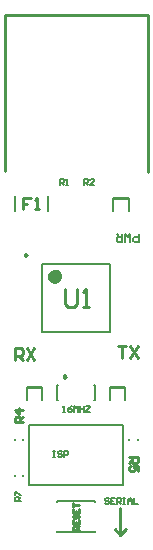
<source format=gto>
G04*
G04 #@! TF.GenerationSoftware,Altium Limited,Altium Designer,21.0.9 (235)*
G04*
G04 Layer_Color=65535*
%FSLAX25Y25*%
%MOIN*%
G70*
G04*
G04 #@! TF.SameCoordinates,DB5CEA20-A306-4327-B62D-959DDA491E44*
G04*
G04*
G04 #@! TF.FilePolarity,Positive*
G04*
G01*
G75*
%ADD10C,0.00984*%
%ADD11C,0.02362*%
%ADD12C,0.01000*%
%ADD13C,0.00787*%
%ADD14C,0.00500*%
%ADD15R,0.05118X0.00803*%
%ADD16R,0.05118X0.00803*%
%ADD17R,0.05118X0.00803*%
D10*
X20374Y56496D02*
X19636Y56922D01*
Y56070D01*
X20374Y56496D01*
X7382Y97047D02*
X6644Y97474D01*
Y96621D01*
X7382Y97047D01*
D11*
X17520Y89961D02*
X17075Y90884D01*
X16076Y91112D01*
X15274Y90473D01*
Y89448D01*
X16076Y88809D01*
X17075Y89037D01*
X17520Y89961D01*
D12*
X38386Y3543D02*
X40354Y5512D01*
X36417D02*
X38386Y3543D01*
Y12598D01*
X47453Y124559D02*
Y177059D01*
X-47D02*
X47453D01*
X-47D02*
X-45Y177057D01*
Y124858D02*
Y177057D01*
X20017Y85676D02*
Y80678D01*
X21017Y79678D01*
X23016D01*
X24016Y80678D01*
Y85676D01*
X26015Y79678D02*
X28014D01*
X27015D01*
Y85676D01*
X26015Y84676D01*
X24409Y5251D02*
X22441D01*
Y6235D01*
X22769Y6563D01*
X23425D01*
X23753Y6235D01*
Y5251D01*
Y5907D02*
X24409Y6563D01*
X22441Y8531D02*
Y7219D01*
X24409D01*
Y8531D01*
X23425Y7219D02*
Y7875D01*
X22769Y10498D02*
X22441Y10170D01*
Y9515D01*
X22769Y9187D01*
X23097D01*
X23425Y9515D01*
Y10170D01*
X23753Y10498D01*
X24081D01*
X24409Y10170D01*
Y9515D01*
X24081Y9187D01*
X22441Y12466D02*
Y11154D01*
X24409D01*
Y12466D01*
X23425Y11154D02*
Y11810D01*
X22441Y13122D02*
Y14434D01*
Y13778D01*
X24409D01*
X8661Y116141D02*
X6038D01*
Y114173D01*
X7350D01*
X6038D01*
Y112205D01*
X9973D02*
X11285D01*
X10629D01*
Y116141D01*
X9973Y115485D01*
X37598Y66534D02*
X40222D01*
X38910D01*
Y62598D01*
X41534Y66534D02*
X44158Y62598D01*
Y66534D02*
X41534Y62598D01*
X3150Y62008D02*
Y65944D01*
X5117D01*
X5773Y65288D01*
Y63976D01*
X5117Y63320D01*
X3150D01*
X4462D02*
X5773Y62008D01*
X7085Y65944D02*
X9709Y62008D01*
Y65944D02*
X7085Y62008D01*
X41339Y29528D02*
X44094D01*
Y28150D01*
X43634Y27691D01*
X42716D01*
X42257Y28150D01*
Y29528D01*
Y28609D02*
X41339Y27691D01*
X44094Y24936D02*
Y26772D01*
X42716D01*
X43175Y25854D01*
Y25395D01*
X42716Y24936D01*
X41798D01*
X41339Y25395D01*
Y26313D01*
X41798Y26772D01*
X5906Y41339D02*
X3150D01*
Y42716D01*
X3610Y43175D01*
X4528D01*
X4987Y42716D01*
Y41339D01*
Y42257D02*
X5906Y43175D01*
Y45471D02*
X3150D01*
X4528Y44094D01*
Y45930D01*
D13*
X5906Y23425D02*
Y23819D01*
X3150Y23425D02*
Y23819D01*
X36024Y116142D02*
X41142D01*
X36024Y111811D02*
Y116142D01*
X41142Y111811D02*
Y116142D01*
X17323Y53740D02*
X17717D01*
X29528Y48622D02*
X29921D01*
Y53740D01*
X29528D02*
X29921D01*
X17323Y48622D02*
X17717D01*
X17323D02*
Y53740D01*
X3150Y111713D02*
Y116634D01*
X14173Y111713D02*
Y116634D01*
X29921Y4528D02*
Y5020D01*
Y14665D02*
Y15157D01*
X17323D02*
X29921D01*
X17323Y4528D02*
Y5020D01*
Y14665D02*
Y15157D01*
Y4528D02*
X29921D01*
X7874Y20433D02*
X39370D01*
Y40433D01*
X7874D02*
X39370D01*
X7874Y20433D02*
Y40433D01*
X12402Y71457D02*
X34843D01*
X12402Y93898D02*
X34843D01*
Y71457D02*
Y93898D01*
X12402Y71457D02*
Y93898D01*
X39961Y48819D02*
Y53150D01*
X34843Y48819D02*
Y53150D01*
X39961D01*
X12402Y48819D02*
Y53150D01*
X7283Y48819D02*
Y53150D01*
X12402D01*
X3150Y35236D02*
Y35630D01*
X5906Y35236D02*
Y35630D01*
X41339Y35236D02*
Y35630D01*
X44094Y35236D02*
Y35630D01*
D14*
X5315Y14896D02*
X3347D01*
Y15879D01*
X3675Y16207D01*
X4331D01*
X4659Y15879D01*
Y14896D01*
Y15552D02*
X5315Y16207D01*
X3347Y16863D02*
Y18175D01*
X3675D01*
X4987Y16863D01*
X5315D01*
X44488Y103937D02*
Y101182D01*
X43111D01*
X42652Y101641D01*
Y102559D01*
X43111Y103019D01*
X44488D01*
X41733Y101182D02*
Y103937D01*
X40815Y103019D01*
X39897Y103937D01*
Y101182D01*
X38978Y103937D02*
Y101182D01*
X37601D01*
X37141Y101641D01*
Y102559D01*
X37601Y103019D01*
X38978D01*
X38060D02*
X37141Y103937D01*
X34680Y15617D02*
X34352Y15945D01*
X33696D01*
X33368Y15617D01*
Y15289D01*
X33696Y14961D01*
X34352D01*
X34680Y14633D01*
Y14305D01*
X34352Y13977D01*
X33696D01*
X33368Y14305D01*
X36648Y15945D02*
X35336D01*
Y13977D01*
X36648D01*
X35336Y14961D02*
X35992D01*
X37304Y13977D02*
Y15945D01*
X38288D01*
X38616Y15617D01*
Y14961D01*
X38288Y14633D01*
X37304D01*
X37960D02*
X38616Y13977D01*
X39272Y15945D02*
X39927D01*
X39599D01*
Y13977D01*
X39272D01*
X39927D01*
X40911D02*
Y15289D01*
X41567Y15945D01*
X42223Y15289D01*
Y13977D01*
Y14961D01*
X40911D01*
X42879Y15945D02*
Y13977D01*
X44191D01*
X16044Y31535D02*
X16700D01*
X16372D01*
Y29567D01*
X16044D01*
X16700D01*
X18996Y31207D02*
X18668Y31535D01*
X18012D01*
X17684Y31207D01*
Y30879D01*
X18012Y30551D01*
X18668D01*
X18996Y30223D01*
Y29895D01*
X18668Y29567D01*
X18012D01*
X17684Y29895D01*
X19652Y29567D02*
Y31535D01*
X20636D01*
X20964Y31207D01*
Y30551D01*
X20636Y30223D01*
X19652D01*
X26378Y120276D02*
Y122243D01*
X27362D01*
X27690Y121915D01*
Y121259D01*
X27362Y120931D01*
X26378D01*
X27034D02*
X27690Y120276D01*
X29658D02*
X28346D01*
X29658Y121588D01*
Y121915D01*
X29330Y122243D01*
X28674D01*
X28346Y121915D01*
X18307Y120276D02*
Y122243D01*
X19291D01*
X19619Y121915D01*
Y121259D01*
X19291Y120931D01*
X18307D01*
X18963D02*
X19619Y120276D01*
X20275D02*
X20931D01*
X20603D01*
Y122243D01*
X20275Y121915D01*
X19291Y44685D02*
X19947D01*
X19619D01*
Y46653D01*
X19291Y46325D01*
X22243Y46653D02*
X21587Y46325D01*
X20931Y45669D01*
Y45013D01*
X21259Y44685D01*
X21915D01*
X22243Y45013D01*
Y45341D01*
X21915Y45669D01*
X20931D01*
X22899Y44685D02*
Y46653D01*
X23555Y45997D01*
X24211Y46653D01*
Y44685D01*
X24867Y46653D02*
Y44685D01*
Y45669D01*
X26179D01*
Y46653D01*
Y44685D01*
X26835Y46653D02*
X28147D01*
Y46325D01*
X26835Y45013D01*
Y44685D01*
X28147D01*
D15*
X38524Y115575D02*
D03*
D16*
X37343Y52583D02*
D03*
D17*
X9783D02*
D03*
M02*

</source>
